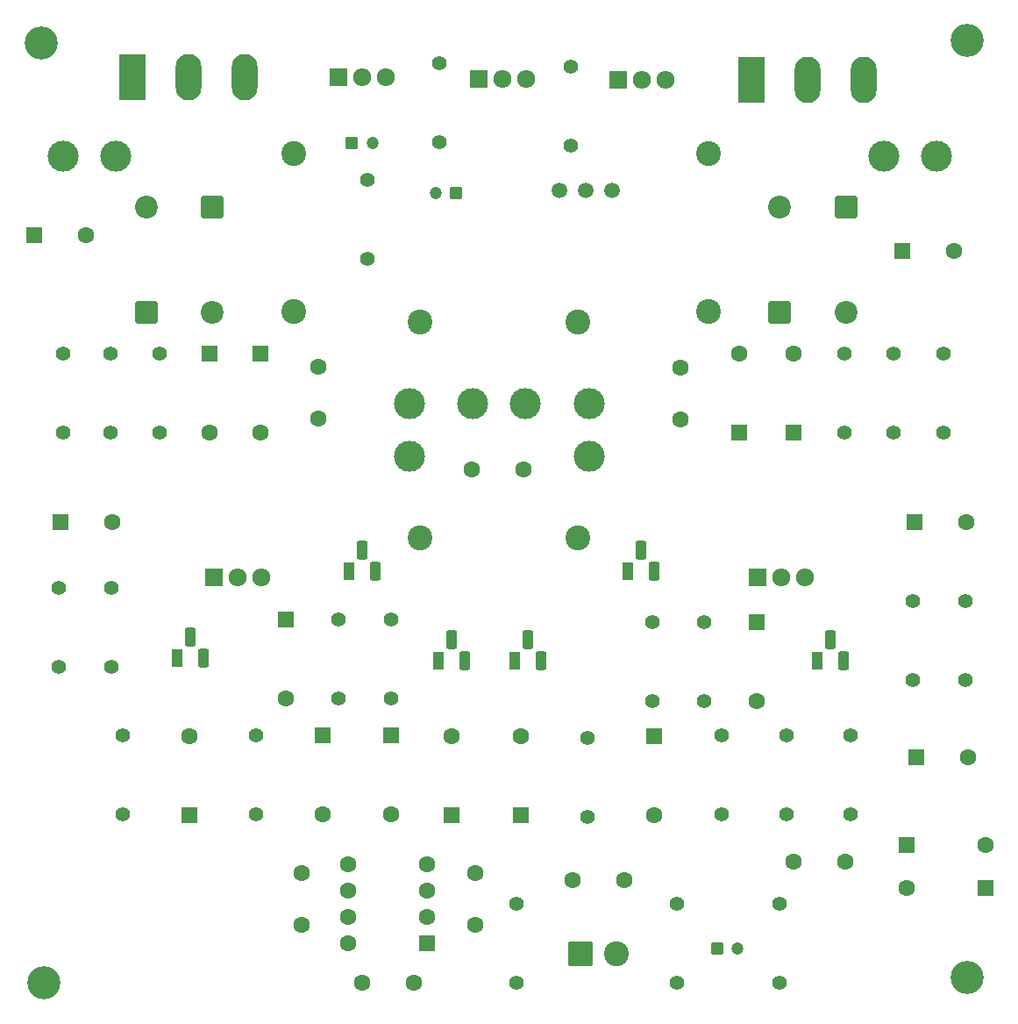
<source format=gbr>
%TF.GenerationSoftware,KiCad,Pcbnew,9.0.6*%
%TF.CreationDate,2025-11-16T15:42:17-05:00*%
%TF.ProjectId,opamp-front,6f70616d-702d-4667-926f-6e742e6b6963,rev?*%
%TF.SameCoordinates,Original*%
%TF.FileFunction,Soldermask,Bot*%
%TF.FilePolarity,Negative*%
%FSLAX46Y46*%
G04 Gerber Fmt 4.6, Leading zero omitted, Abs format (unit mm)*
G04 Created by KiCad (PCBNEW 9.0.6) date 2025-11-16 15:42:17*
%MOMM*%
%LPD*%
G01*
G04 APERTURE LIST*
G04 Aperture macros list*
%AMRoundRect*
0 Rectangle with rounded corners*
0 $1 Rounding radius*
0 $2 $3 $4 $5 $6 $7 $8 $9 X,Y pos of 4 corners*
0 Add a 4 corners polygon primitive as box body*
4,1,4,$2,$3,$4,$5,$6,$7,$8,$9,$2,$3,0*
0 Add four circle primitives for the rounded corners*
1,1,$1+$1,$2,$3*
1,1,$1+$1,$4,$5*
1,1,$1+$1,$6,$7*
1,1,$1+$1,$8,$9*
0 Add four rect primitives between the rounded corners*
20,1,$1+$1,$2,$3,$4,$5,0*
20,1,$1+$1,$4,$5,$6,$7,0*
20,1,$1+$1,$6,$7,$8,$9,0*
20,1,$1+$1,$8,$9,$2,$3,0*%
G04 Aperture macros list end*
%ADD10C,2.400000*%
%ADD11R,2.500000X4.500000*%
%ADD12O,2.500000X4.500000*%
%ADD13C,1.600000*%
%ADD14RoundRect,0.250000X-0.550000X0.550000X-0.550000X-0.550000X0.550000X-0.550000X0.550000X0.550000X0*%
%ADD15C,1.400000*%
%ADD16C,3.000000*%
%ADD17RoundRect,0.250000X-0.550000X-0.550000X0.550000X-0.550000X0.550000X0.550000X-0.550000X0.550000X0*%
%ADD18RoundRect,0.249999X-0.850001X0.850001X-0.850001X-0.850001X0.850001X-0.850001X0.850001X0.850001X0*%
%ADD19C,2.200000*%
%ADD20R,1.100000X1.800000*%
%ADD21RoundRect,0.275000X-0.275000X-0.625000X0.275000X-0.625000X0.275000X0.625000X-0.275000X0.625000X0*%
%ADD22RoundRect,0.249999X0.850001X-0.850001X0.850001X0.850001X-0.850001X0.850001X-0.850001X-0.850001X0*%
%ADD23RoundRect,0.250000X0.550000X-0.550000X0.550000X0.550000X-0.550000X0.550000X-0.550000X-0.550000X0*%
%ADD24R,1.710000X1.800000*%
%ADD25O,1.710000X1.800000*%
%ADD26RoundRect,0.250000X-0.350000X-0.350000X0.350000X-0.350000X0.350000X0.350000X-0.350000X0.350000X0*%
%ADD27C,1.200000*%
%ADD28RoundRect,0.250000X0.550000X0.550000X-0.550000X0.550000X-0.550000X-0.550000X0.550000X-0.550000X0*%
%ADD29C,3.200000*%
%ADD30RoundRect,0.250000X0.350000X0.350000X-0.350000X0.350000X-0.350000X-0.350000X0.350000X-0.350000X0*%
%ADD31C,1.512000*%
%ADD32RoundRect,0.250001X-0.949999X-0.949999X0.949999X-0.949999X0.949999X0.949999X-0.949999X0.949999X0*%
G04 APERTURE END LIST*
D10*
%TO.C,R21*%
X92964000Y-86360000D03*
X108204000Y-86360000D03*
%TD*%
D11*
%TO.C,Q9*%
X65189000Y-41893000D03*
D12*
X70639000Y-41893000D03*
X76089000Y-41893000D03*
%TD*%
D13*
%TO.C,C2*%
X98298000Y-123698000D03*
X98298000Y-118698000D03*
%TD*%
D14*
%TO.C,D3*%
X80010000Y-94234000D03*
D13*
X80010000Y-101854000D03*
%TD*%
D15*
%TO.C,R25*%
X87884000Y-51816000D03*
X87884000Y-59436000D03*
%TD*%
D16*
%TO.C,J6*%
X137795000Y-49503000D03*
X142875000Y-49503000D03*
%TD*%
D15*
%TO.C,R27*%
X107569000Y-48514000D03*
X107569000Y-40894000D03*
%TD*%
D13*
%TO.C,C10*%
X97957000Y-79756000D03*
X102957000Y-79756000D03*
%TD*%
D17*
%TO.C,D1*%
X140007325Y-115969325D03*
D13*
X147627325Y-115969325D03*
%TD*%
%TO.C,C1*%
X92416000Y-129286000D03*
X87416000Y-129286000D03*
%TD*%
D18*
%TO.C,D17*%
X72925000Y-54456000D03*
D19*
X72925000Y-64616000D03*
%TD*%
D15*
%TO.C,R14*%
X145669000Y-100076000D03*
X145669000Y-92456000D03*
%TD*%
D20*
%TO.C,Q5*%
X94742000Y-98190000D03*
D21*
X96012000Y-96120000D03*
X97282000Y-98190000D03*
%TD*%
D22*
%TO.C,D12*%
X66548000Y-64616000D03*
D19*
X66548000Y-54456000D03*
%TD*%
D17*
%TO.C,C7*%
X140906674Y-107460325D03*
D13*
X145906674Y-107460325D03*
%TD*%
D15*
%TO.C,R26*%
X94869000Y-48133000D03*
X94869000Y-40513000D03*
%TD*%
%TO.C,R12*%
X134615000Y-112990000D03*
X134615000Y-105370000D03*
%TD*%
D16*
%TO.C,J2*%
X91948000Y-78486000D03*
X91948000Y-73406000D03*
%TD*%
D23*
%TO.C,D16*%
X123790000Y-76200000D03*
D13*
X123790000Y-68580000D03*
%TD*%
D14*
%TO.C,D9*%
X125476000Y-94488000D03*
D13*
X125476000Y-102108000D03*
%TD*%
D24*
%TO.C,Q1*%
X73108000Y-90170000D03*
D25*
X75388000Y-90170000D03*
X77668000Y-90170000D03*
%TD*%
D15*
%TO.C,R11*%
X120396000Y-102108000D03*
X120396000Y-94488000D03*
%TD*%
D26*
%TO.C,C4*%
X121687700Y-125984000D03*
D27*
X123687700Y-125984000D03*
%TD*%
D22*
%TO.C,D14*%
X127751000Y-64616000D03*
D19*
X127751000Y-54456000D03*
%TD*%
D15*
%TO.C,R9*%
X122104727Y-112990000D03*
X122104727Y-105370000D03*
%TD*%
%TO.C,R22*%
X138730000Y-76200000D03*
X138730000Y-68580000D03*
%TD*%
D28*
%TO.C,D2*%
X147627325Y-120142000D03*
D13*
X140007325Y-120142000D03*
%TD*%
D10*
%TO.C,R18*%
X80772000Y-64516000D03*
X80772000Y-49276000D03*
%TD*%
D13*
%TO.C,C11*%
X118110000Y-69890000D03*
X118110000Y-74890000D03*
%TD*%
%TO.C,C6*%
X129072000Y-117602000D03*
X134072000Y-117602000D03*
%TD*%
D17*
%TO.C,C8*%
X58247349Y-84836000D03*
D13*
X63247349Y-84836000D03*
%TD*%
D15*
%TO.C,R13*%
X128359864Y-112990000D03*
X128359864Y-105370000D03*
%TD*%
%TO.C,R29*%
X117834299Y-129286000D03*
X117834299Y-121666000D03*
%TD*%
D14*
%TO.C,D8*%
X90170000Y-105370000D03*
D13*
X90170000Y-112990000D03*
%TD*%
D15*
%TO.C,R7*%
X90170000Y-101854000D03*
X90170000Y-94234000D03*
%TD*%
%TO.C,R23*%
X133950000Y-76200000D03*
X133950000Y-68580000D03*
%TD*%
D24*
%TO.C,Q7*%
X125615000Y-90170000D03*
D25*
X127895000Y-90170000D03*
X130175000Y-90170000D03*
%TD*%
D16*
%TO.C,J3*%
X98044000Y-73379000D03*
X103124000Y-73379000D03*
%TD*%
D15*
%TO.C,R3*%
X63190000Y-91186000D03*
X63190000Y-98806000D03*
%TD*%
%TO.C,R8*%
X109194455Y-105624000D03*
X109194455Y-113244000D03*
%TD*%
D13*
%TO.C,C9*%
X83222105Y-69840105D03*
X83222105Y-74840105D03*
%TD*%
%TO.C,C3*%
X81534000Y-118658000D03*
X81534000Y-123658000D03*
%TD*%
D14*
%TO.C,D11*%
X77634105Y-68530105D03*
D13*
X77634105Y-76150105D03*
%TD*%
D16*
%TO.C,J4*%
X109320000Y-78486000D03*
X109320000Y-73406000D03*
%TD*%
D15*
%TO.C,R10*%
X115443000Y-102108000D03*
X115443000Y-94488000D03*
%TD*%
D17*
%TO.C,C16*%
X139583349Y-58674000D03*
D13*
X144583349Y-58674000D03*
%TD*%
D29*
%TO.C,REF\u002A\u002A*%
X56388000Y-38608000D03*
%TD*%
D15*
%TO.C,R1*%
X102340299Y-121666000D03*
X102340299Y-129286000D03*
%TD*%
D23*
%TO.C,D5*%
X70717136Y-113090000D03*
D13*
X70717136Y-105470000D03*
%TD*%
D15*
%TO.C,R4*%
X85090000Y-94234000D03*
X85090000Y-101854000D03*
%TD*%
D14*
%TO.C,D13*%
X72666905Y-68530105D03*
D13*
X72666905Y-76150105D03*
%TD*%
D24*
%TO.C,Q12*%
X112142000Y-42164000D03*
D25*
X114422000Y-42164000D03*
X116702000Y-42164000D03*
%TD*%
D23*
%TO.C,D15*%
X129032000Y-76200000D03*
D13*
X129032000Y-68580000D03*
%TD*%
D15*
%TO.C,R6*%
X64262000Y-105370000D03*
X64262000Y-112990000D03*
%TD*%
D10*
%TO.C,R20*%
X92964000Y-65532000D03*
X108204000Y-65532000D03*
%TD*%
D20*
%TO.C,Q2*%
X69540000Y-97936000D03*
D21*
X70810000Y-95866000D03*
X72080000Y-97936000D03*
%TD*%
D29*
%TO.C,REF\u002A\u002A*%
X145796000Y-128778000D03*
%TD*%
D10*
%TO.C,R28*%
X120893000Y-49276000D03*
X120893000Y-64516000D03*
%TD*%
D15*
%TO.C,R2*%
X58110000Y-91186000D03*
X58110000Y-98806000D03*
%TD*%
D30*
%TO.C,C15*%
X96488000Y-53086000D03*
D27*
X94488000Y-53086000D03*
%TD*%
D15*
%TO.C,R16*%
X63156105Y-68530105D03*
X63156105Y-76150105D03*
%TD*%
%TO.C,R19*%
X67839305Y-68530105D03*
X67839305Y-76150105D03*
%TD*%
D14*
%TO.C,D10*%
X115649591Y-105470000D03*
D13*
X115649591Y-113090000D03*
%TD*%
D18*
%TO.C,D18*%
X134112000Y-54456000D03*
D19*
X134112000Y-64616000D03*
%TD*%
D20*
%TO.C,Q3*%
X86106000Y-89554000D03*
D21*
X87376000Y-87484000D03*
X88646000Y-89554000D03*
%TD*%
D31*
%TO.C,RV1*%
X106426000Y-52832000D03*
X108966000Y-52832000D03*
X111506000Y-52832000D03*
%TD*%
D32*
%TO.C,J1*%
X108492299Y-126492000D03*
D10*
X111992299Y-126492000D03*
%TD*%
D15*
%TO.C,R24*%
X143510000Y-68580000D03*
X143510000Y-76200000D03*
%TD*%
D20*
%TO.C,Q6*%
X113030000Y-89554000D03*
D21*
X114300000Y-87484000D03*
X115570000Y-89554000D03*
%TD*%
D24*
%TO.C,Q10*%
X85102000Y-41910000D03*
D25*
X87382000Y-41910000D03*
X89662000Y-41910000D03*
%TD*%
D29*
%TO.C,REF\u002A\u002A*%
X56642000Y-129286000D03*
%TD*%
D24*
%TO.C,Q11*%
X98691000Y-42037000D03*
D25*
X100971000Y-42037000D03*
X103251000Y-42037000D03*
%TD*%
D15*
%TO.C,R15*%
X140589000Y-100076000D03*
X140589000Y-92456000D03*
%TD*%
D20*
%TO.C,Q8*%
X131318000Y-98190000D03*
D21*
X132588000Y-96120000D03*
X133858000Y-98190000D03*
%TD*%
D15*
%TO.C,R5*%
X77172273Y-112990000D03*
X77172273Y-105370000D03*
%TD*%
D20*
%TO.C,Q4*%
X102108000Y-98190000D03*
D21*
X103378000Y-96120000D03*
X104648000Y-98190000D03*
%TD*%
D29*
%TO.C,REF\u002A\u002A*%
X145796000Y-38354000D03*
%TD*%
D13*
%TO.C,C5*%
X112714299Y-119380000D03*
X107714299Y-119380000D03*
%TD*%
D16*
%TO.C,J5*%
X58574000Y-49503000D03*
X63654000Y-49503000D03*
%TD*%
D26*
%TO.C,C14*%
X86403401Y-48260000D03*
D27*
X88403401Y-48260000D03*
%TD*%
D14*
%TO.C,D4*%
X83627409Y-105370000D03*
D13*
X83627409Y-112990000D03*
%TD*%
D15*
%TO.C,R30*%
X127740299Y-129286000D03*
X127740299Y-121666000D03*
%TD*%
D28*
%TO.C,U1*%
X93699299Y-125436000D03*
D13*
X93699299Y-122896000D03*
X93699299Y-120356000D03*
X93699299Y-117816000D03*
X86079299Y-117816000D03*
X86079299Y-120356000D03*
X86079299Y-122896000D03*
X86079299Y-125436000D03*
%TD*%
D17*
%TO.C,C12*%
X140726349Y-84836000D03*
D13*
X145726349Y-84836000D03*
%TD*%
D15*
%TO.C,R17*%
X58584105Y-76150105D03*
X58584105Y-68530105D03*
%TD*%
D17*
%TO.C,C13*%
X55763349Y-57150000D03*
D13*
X60763349Y-57150000D03*
%TD*%
D11*
%TO.C,Q13*%
X124968000Y-42120000D03*
D12*
X130418000Y-42120000D03*
X135868000Y-42120000D03*
%TD*%
D23*
%TO.C,D6*%
X102739318Y-113090000D03*
D13*
X102739318Y-105470000D03*
%TD*%
D23*
%TO.C,D7*%
X96084182Y-113090000D03*
D13*
X96084182Y-105470000D03*
%TD*%
M02*

</source>
